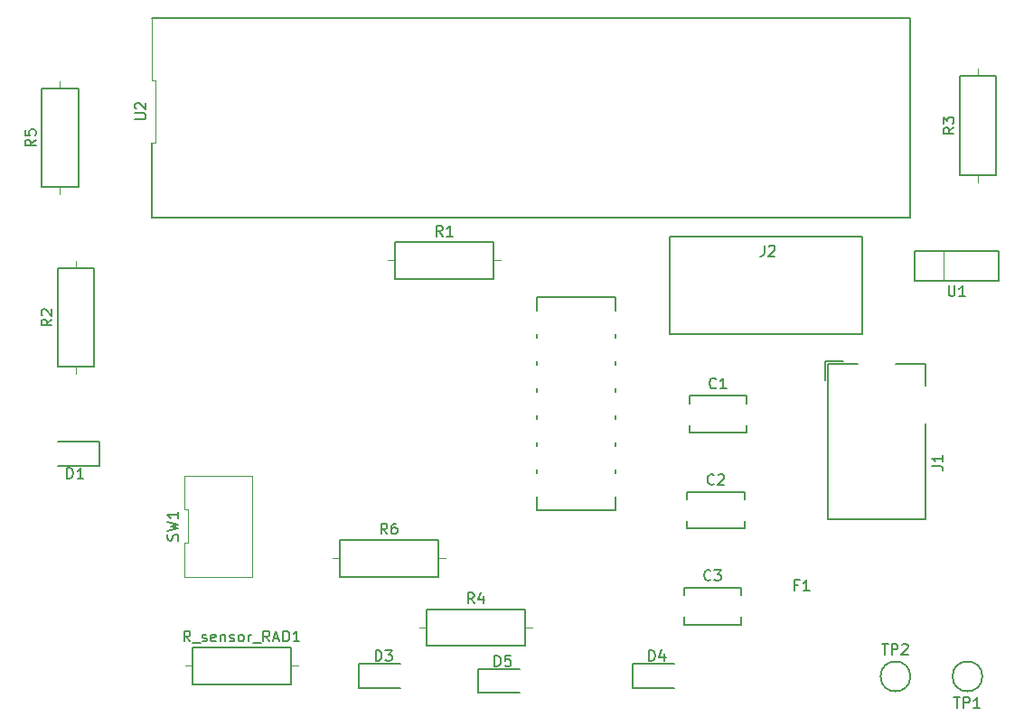
<source format=gbr>
%TF.GenerationSoftware,KiCad,Pcbnew,9.0.4*%
%TF.CreationDate,2025-11-19T22:25:03-07:00*%
%TF.ProjectId,PIC circuit,50494320-6369-4726-9375-69742e6b6963,rev?*%
%TF.SameCoordinates,Original*%
%TF.FileFunction,Legend,Top*%
%TF.FilePolarity,Positive*%
%FSLAX46Y46*%
G04 Gerber Fmt 4.6, Leading zero omitted, Abs format (unit mm)*
G04 Created by KiCad (PCBNEW 9.0.4) date 2025-11-19 22:25:03*
%MOMM*%
%LPD*%
G01*
G04 APERTURE LIST*
%ADD10C,0.150000*%
%ADD11C,0.160000*%
%ADD12C,0.120000*%
%ADD13C,0.152400*%
G04 APERTURE END LIST*
D10*
X190204819Y-106283333D02*
X190919104Y-106283333D01*
X190919104Y-106283333D02*
X191061961Y-106330952D01*
X191061961Y-106330952D02*
X191157200Y-106426190D01*
X191157200Y-106426190D02*
X191204819Y-106569047D01*
X191204819Y-106569047D02*
X191204819Y-106664285D01*
X191204819Y-105283333D02*
X191204819Y-105854761D01*
X191204819Y-105569047D02*
X190204819Y-105569047D01*
X190204819Y-105569047D02*
X190347676Y-105664285D01*
X190347676Y-105664285D02*
X190442914Y-105759523D01*
X190442914Y-105759523D02*
X190490533Y-105854761D01*
X191738095Y-89354819D02*
X191738095Y-90164342D01*
X191738095Y-90164342D02*
X191785714Y-90259580D01*
X191785714Y-90259580D02*
X191833333Y-90307200D01*
X191833333Y-90307200D02*
X191928571Y-90354819D01*
X191928571Y-90354819D02*
X192119047Y-90354819D01*
X192119047Y-90354819D02*
X192214285Y-90307200D01*
X192214285Y-90307200D02*
X192261904Y-90259580D01*
X192261904Y-90259580D02*
X192309523Y-90164342D01*
X192309523Y-90164342D02*
X192309523Y-89354819D01*
X193309523Y-90354819D02*
X192738095Y-90354819D01*
X193023809Y-90354819D02*
X193023809Y-89354819D01*
X193023809Y-89354819D02*
X192928571Y-89497676D01*
X192928571Y-89497676D02*
X192833333Y-89592914D01*
X192833333Y-89592914D02*
X192738095Y-89640533D01*
X106234819Y-75666666D02*
X105758628Y-75999999D01*
X106234819Y-76238094D02*
X105234819Y-76238094D01*
X105234819Y-76238094D02*
X105234819Y-75857142D01*
X105234819Y-75857142D02*
X105282438Y-75761904D01*
X105282438Y-75761904D02*
X105330057Y-75714285D01*
X105330057Y-75714285D02*
X105425295Y-75666666D01*
X105425295Y-75666666D02*
X105568152Y-75666666D01*
X105568152Y-75666666D02*
X105663390Y-75714285D01*
X105663390Y-75714285D02*
X105711009Y-75761904D01*
X105711009Y-75761904D02*
X105758628Y-75857142D01*
X105758628Y-75857142D02*
X105758628Y-76238094D01*
X105234819Y-74761904D02*
X105234819Y-75238094D01*
X105234819Y-75238094D02*
X105711009Y-75285713D01*
X105711009Y-75285713D02*
X105663390Y-75238094D01*
X105663390Y-75238094D02*
X105615771Y-75142856D01*
X105615771Y-75142856D02*
X105615771Y-74904761D01*
X105615771Y-74904761D02*
X105663390Y-74809523D01*
X105663390Y-74809523D02*
X105711009Y-74761904D01*
X105711009Y-74761904D02*
X105806247Y-74714285D01*
X105806247Y-74714285D02*
X106044342Y-74714285D01*
X106044342Y-74714285D02*
X106139580Y-74761904D01*
X106139580Y-74761904D02*
X106187200Y-74809523D01*
X106187200Y-74809523D02*
X106234819Y-74904761D01*
X106234819Y-74904761D02*
X106234819Y-75142856D01*
X106234819Y-75142856D02*
X106187200Y-75238094D01*
X106187200Y-75238094D02*
X106139580Y-75285713D01*
X169453333Y-116929580D02*
X169405714Y-116977200D01*
X169405714Y-116977200D02*
X169262857Y-117024819D01*
X169262857Y-117024819D02*
X169167619Y-117024819D01*
X169167619Y-117024819D02*
X169024762Y-116977200D01*
X169024762Y-116977200D02*
X168929524Y-116881961D01*
X168929524Y-116881961D02*
X168881905Y-116786723D01*
X168881905Y-116786723D02*
X168834286Y-116596247D01*
X168834286Y-116596247D02*
X168834286Y-116453390D01*
X168834286Y-116453390D02*
X168881905Y-116262914D01*
X168881905Y-116262914D02*
X168929524Y-116167676D01*
X168929524Y-116167676D02*
X169024762Y-116072438D01*
X169024762Y-116072438D02*
X169167619Y-116024819D01*
X169167619Y-116024819D02*
X169262857Y-116024819D01*
X169262857Y-116024819D02*
X169405714Y-116072438D01*
X169405714Y-116072438D02*
X169453333Y-116120057D01*
X169786667Y-116024819D02*
X170405714Y-116024819D01*
X170405714Y-116024819D02*
X170072381Y-116405771D01*
X170072381Y-116405771D02*
X170215238Y-116405771D01*
X170215238Y-116405771D02*
X170310476Y-116453390D01*
X170310476Y-116453390D02*
X170358095Y-116501009D01*
X170358095Y-116501009D02*
X170405714Y-116596247D01*
X170405714Y-116596247D02*
X170405714Y-116834342D01*
X170405714Y-116834342D02*
X170358095Y-116929580D01*
X170358095Y-116929580D02*
X170310476Y-116977200D01*
X170310476Y-116977200D02*
X170215238Y-117024819D01*
X170215238Y-117024819D02*
X169929524Y-117024819D01*
X169929524Y-117024819D02*
X169834286Y-116977200D01*
X169834286Y-116977200D02*
X169786667Y-116929580D01*
X144333333Y-84734819D02*
X144000000Y-84258628D01*
X143761905Y-84734819D02*
X143761905Y-83734819D01*
X143761905Y-83734819D02*
X144142857Y-83734819D01*
X144142857Y-83734819D02*
X144238095Y-83782438D01*
X144238095Y-83782438D02*
X144285714Y-83830057D01*
X144285714Y-83830057D02*
X144333333Y-83925295D01*
X144333333Y-83925295D02*
X144333333Y-84068152D01*
X144333333Y-84068152D02*
X144285714Y-84163390D01*
X144285714Y-84163390D02*
X144238095Y-84211009D01*
X144238095Y-84211009D02*
X144142857Y-84258628D01*
X144142857Y-84258628D02*
X143761905Y-84258628D01*
X145285714Y-84734819D02*
X144714286Y-84734819D01*
X145000000Y-84734819D02*
X145000000Y-83734819D01*
X145000000Y-83734819D02*
X144904762Y-83877676D01*
X144904762Y-83877676D02*
X144809524Y-83972914D01*
X144809524Y-83972914D02*
X144714286Y-84020533D01*
X192234819Y-74516666D02*
X191758628Y-74849999D01*
X192234819Y-75088094D02*
X191234819Y-75088094D01*
X191234819Y-75088094D02*
X191234819Y-74707142D01*
X191234819Y-74707142D02*
X191282438Y-74611904D01*
X191282438Y-74611904D02*
X191330057Y-74564285D01*
X191330057Y-74564285D02*
X191425295Y-74516666D01*
X191425295Y-74516666D02*
X191568152Y-74516666D01*
X191568152Y-74516666D02*
X191663390Y-74564285D01*
X191663390Y-74564285D02*
X191711009Y-74611904D01*
X191711009Y-74611904D02*
X191758628Y-74707142D01*
X191758628Y-74707142D02*
X191758628Y-75088094D01*
X191234819Y-74183332D02*
X191234819Y-73564285D01*
X191234819Y-73564285D02*
X191615771Y-73897618D01*
X191615771Y-73897618D02*
X191615771Y-73754761D01*
X191615771Y-73754761D02*
X191663390Y-73659523D01*
X191663390Y-73659523D02*
X191711009Y-73611904D01*
X191711009Y-73611904D02*
X191806247Y-73564285D01*
X191806247Y-73564285D02*
X192044342Y-73564285D01*
X192044342Y-73564285D02*
X192139580Y-73611904D01*
X192139580Y-73611904D02*
X192187200Y-73659523D01*
X192187200Y-73659523D02*
X192234819Y-73754761D01*
X192234819Y-73754761D02*
X192234819Y-74040475D01*
X192234819Y-74040475D02*
X192187200Y-74135713D01*
X192187200Y-74135713D02*
X192139580Y-74183332D01*
X109161905Y-107454819D02*
X109161905Y-106454819D01*
X109161905Y-106454819D02*
X109400000Y-106454819D01*
X109400000Y-106454819D02*
X109542857Y-106502438D01*
X109542857Y-106502438D02*
X109638095Y-106597676D01*
X109638095Y-106597676D02*
X109685714Y-106692914D01*
X109685714Y-106692914D02*
X109733333Y-106883390D01*
X109733333Y-106883390D02*
X109733333Y-107026247D01*
X109733333Y-107026247D02*
X109685714Y-107216723D01*
X109685714Y-107216723D02*
X109638095Y-107311961D01*
X109638095Y-107311961D02*
X109542857Y-107407200D01*
X109542857Y-107407200D02*
X109400000Y-107454819D01*
X109400000Y-107454819D02*
X109161905Y-107454819D01*
X110685714Y-107454819D02*
X110114286Y-107454819D01*
X110400000Y-107454819D02*
X110400000Y-106454819D01*
X110400000Y-106454819D02*
X110304762Y-106597676D01*
X110304762Y-106597676D02*
X110209524Y-106692914D01*
X110209524Y-106692914D02*
X110114286Y-106740533D01*
X139143333Y-112654819D02*
X138810000Y-112178628D01*
X138571905Y-112654819D02*
X138571905Y-111654819D01*
X138571905Y-111654819D02*
X138952857Y-111654819D01*
X138952857Y-111654819D02*
X139048095Y-111702438D01*
X139048095Y-111702438D02*
X139095714Y-111750057D01*
X139095714Y-111750057D02*
X139143333Y-111845295D01*
X139143333Y-111845295D02*
X139143333Y-111988152D01*
X139143333Y-111988152D02*
X139095714Y-112083390D01*
X139095714Y-112083390D02*
X139048095Y-112131009D01*
X139048095Y-112131009D02*
X138952857Y-112178628D01*
X138952857Y-112178628D02*
X138571905Y-112178628D01*
X140000476Y-111654819D02*
X139810000Y-111654819D01*
X139810000Y-111654819D02*
X139714762Y-111702438D01*
X139714762Y-111702438D02*
X139667143Y-111750057D01*
X139667143Y-111750057D02*
X139571905Y-111892914D01*
X139571905Y-111892914D02*
X139524286Y-112083390D01*
X139524286Y-112083390D02*
X139524286Y-112464342D01*
X139524286Y-112464342D02*
X139571905Y-112559580D01*
X139571905Y-112559580D02*
X139619524Y-112607200D01*
X139619524Y-112607200D02*
X139714762Y-112654819D01*
X139714762Y-112654819D02*
X139905238Y-112654819D01*
X139905238Y-112654819D02*
X140000476Y-112607200D01*
X140000476Y-112607200D02*
X140048095Y-112559580D01*
X140048095Y-112559580D02*
X140095714Y-112464342D01*
X140095714Y-112464342D02*
X140095714Y-112226247D01*
X140095714Y-112226247D02*
X140048095Y-112131009D01*
X140048095Y-112131009D02*
X140000476Y-112083390D01*
X140000476Y-112083390D02*
X139905238Y-112035771D01*
X139905238Y-112035771D02*
X139714762Y-112035771D01*
X139714762Y-112035771D02*
X139619524Y-112083390D01*
X139619524Y-112083390D02*
X139571905Y-112131009D01*
X139571905Y-112131009D02*
X139524286Y-112226247D01*
X177666666Y-117431009D02*
X177333333Y-117431009D01*
X177333333Y-117954819D02*
X177333333Y-116954819D01*
X177333333Y-116954819D02*
X177809523Y-116954819D01*
X178714285Y-117954819D02*
X178142857Y-117954819D01*
X178428571Y-117954819D02*
X178428571Y-116954819D01*
X178428571Y-116954819D02*
X178333333Y-117097676D01*
X178333333Y-117097676D02*
X178238095Y-117192914D01*
X178238095Y-117192914D02*
X178142857Y-117240533D01*
X169763333Y-107929580D02*
X169715714Y-107977200D01*
X169715714Y-107977200D02*
X169572857Y-108024819D01*
X169572857Y-108024819D02*
X169477619Y-108024819D01*
X169477619Y-108024819D02*
X169334762Y-107977200D01*
X169334762Y-107977200D02*
X169239524Y-107881961D01*
X169239524Y-107881961D02*
X169191905Y-107786723D01*
X169191905Y-107786723D02*
X169144286Y-107596247D01*
X169144286Y-107596247D02*
X169144286Y-107453390D01*
X169144286Y-107453390D02*
X169191905Y-107262914D01*
X169191905Y-107262914D02*
X169239524Y-107167676D01*
X169239524Y-107167676D02*
X169334762Y-107072438D01*
X169334762Y-107072438D02*
X169477619Y-107024819D01*
X169477619Y-107024819D02*
X169572857Y-107024819D01*
X169572857Y-107024819D02*
X169715714Y-107072438D01*
X169715714Y-107072438D02*
X169763333Y-107120057D01*
X170144286Y-107120057D02*
X170191905Y-107072438D01*
X170191905Y-107072438D02*
X170287143Y-107024819D01*
X170287143Y-107024819D02*
X170525238Y-107024819D01*
X170525238Y-107024819D02*
X170620476Y-107072438D01*
X170620476Y-107072438D02*
X170668095Y-107120057D01*
X170668095Y-107120057D02*
X170715714Y-107215295D01*
X170715714Y-107215295D02*
X170715714Y-107310533D01*
X170715714Y-107310533D02*
X170668095Y-107453390D01*
X170668095Y-107453390D02*
X170096667Y-108024819D01*
X170096667Y-108024819D02*
X170715714Y-108024819D01*
X192238095Y-127954819D02*
X192809523Y-127954819D01*
X192523809Y-128954819D02*
X192523809Y-127954819D01*
X193142857Y-128954819D02*
X193142857Y-127954819D01*
X193142857Y-127954819D02*
X193523809Y-127954819D01*
X193523809Y-127954819D02*
X193619047Y-128002438D01*
X193619047Y-128002438D02*
X193666666Y-128050057D01*
X193666666Y-128050057D02*
X193714285Y-128145295D01*
X193714285Y-128145295D02*
X193714285Y-128288152D01*
X193714285Y-128288152D02*
X193666666Y-128383390D01*
X193666666Y-128383390D02*
X193619047Y-128431009D01*
X193619047Y-128431009D02*
X193523809Y-128478628D01*
X193523809Y-128478628D02*
X193142857Y-128478628D01*
X194666666Y-128954819D02*
X194095238Y-128954819D01*
X194380952Y-128954819D02*
X194380952Y-127954819D01*
X194380952Y-127954819D02*
X194285714Y-128097676D01*
X194285714Y-128097676D02*
X194190476Y-128192914D01*
X194190476Y-128192914D02*
X194095238Y-128240533D01*
X147293333Y-119154819D02*
X146960000Y-118678628D01*
X146721905Y-119154819D02*
X146721905Y-118154819D01*
X146721905Y-118154819D02*
X147102857Y-118154819D01*
X147102857Y-118154819D02*
X147198095Y-118202438D01*
X147198095Y-118202438D02*
X147245714Y-118250057D01*
X147245714Y-118250057D02*
X147293333Y-118345295D01*
X147293333Y-118345295D02*
X147293333Y-118488152D01*
X147293333Y-118488152D02*
X147245714Y-118583390D01*
X147245714Y-118583390D02*
X147198095Y-118631009D01*
X147198095Y-118631009D02*
X147102857Y-118678628D01*
X147102857Y-118678628D02*
X146721905Y-118678628D01*
X148150476Y-118488152D02*
X148150476Y-119154819D01*
X147912381Y-118107200D02*
X147674286Y-118821485D01*
X147674286Y-118821485D02*
X148293333Y-118821485D01*
X107734819Y-92516666D02*
X107258628Y-92849999D01*
X107734819Y-93088094D02*
X106734819Y-93088094D01*
X106734819Y-93088094D02*
X106734819Y-92707142D01*
X106734819Y-92707142D02*
X106782438Y-92611904D01*
X106782438Y-92611904D02*
X106830057Y-92564285D01*
X106830057Y-92564285D02*
X106925295Y-92516666D01*
X106925295Y-92516666D02*
X107068152Y-92516666D01*
X107068152Y-92516666D02*
X107163390Y-92564285D01*
X107163390Y-92564285D02*
X107211009Y-92611904D01*
X107211009Y-92611904D02*
X107258628Y-92707142D01*
X107258628Y-92707142D02*
X107258628Y-93088094D01*
X106830057Y-92135713D02*
X106782438Y-92088094D01*
X106782438Y-92088094D02*
X106734819Y-91992856D01*
X106734819Y-91992856D02*
X106734819Y-91754761D01*
X106734819Y-91754761D02*
X106782438Y-91659523D01*
X106782438Y-91659523D02*
X106830057Y-91611904D01*
X106830057Y-91611904D02*
X106925295Y-91564285D01*
X106925295Y-91564285D02*
X107020533Y-91564285D01*
X107020533Y-91564285D02*
X107163390Y-91611904D01*
X107163390Y-91611904D02*
X107734819Y-92183332D01*
X107734819Y-92183332D02*
X107734819Y-91564285D01*
X185500595Y-122954819D02*
X186072023Y-122954819D01*
X185786309Y-123954819D02*
X185786309Y-122954819D01*
X186405357Y-123954819D02*
X186405357Y-122954819D01*
X186405357Y-122954819D02*
X186786309Y-122954819D01*
X186786309Y-122954819D02*
X186881547Y-123002438D01*
X186881547Y-123002438D02*
X186929166Y-123050057D01*
X186929166Y-123050057D02*
X186976785Y-123145295D01*
X186976785Y-123145295D02*
X186976785Y-123288152D01*
X186976785Y-123288152D02*
X186929166Y-123383390D01*
X186929166Y-123383390D02*
X186881547Y-123431009D01*
X186881547Y-123431009D02*
X186786309Y-123478628D01*
X186786309Y-123478628D02*
X186405357Y-123478628D01*
X187357738Y-123050057D02*
X187405357Y-123002438D01*
X187405357Y-123002438D02*
X187500595Y-122954819D01*
X187500595Y-122954819D02*
X187738690Y-122954819D01*
X187738690Y-122954819D02*
X187833928Y-123002438D01*
X187833928Y-123002438D02*
X187881547Y-123050057D01*
X187881547Y-123050057D02*
X187929166Y-123145295D01*
X187929166Y-123145295D02*
X187929166Y-123240533D01*
X187929166Y-123240533D02*
X187881547Y-123383390D01*
X187881547Y-123383390D02*
X187310119Y-123954819D01*
X187310119Y-123954819D02*
X187929166Y-123954819D01*
X174476666Y-85585019D02*
X174476666Y-86299304D01*
X174476666Y-86299304D02*
X174429047Y-86442161D01*
X174429047Y-86442161D02*
X174333809Y-86537400D01*
X174333809Y-86537400D02*
X174190952Y-86585019D01*
X174190952Y-86585019D02*
X174095714Y-86585019D01*
X174905238Y-85680257D02*
X174952857Y-85632638D01*
X174952857Y-85632638D02*
X175048095Y-85585019D01*
X175048095Y-85585019D02*
X175286190Y-85585019D01*
X175286190Y-85585019D02*
X175381428Y-85632638D01*
X175381428Y-85632638D02*
X175429047Y-85680257D01*
X175429047Y-85680257D02*
X175476666Y-85775495D01*
X175476666Y-85775495D02*
X175476666Y-85870733D01*
X175476666Y-85870733D02*
X175429047Y-86013590D01*
X175429047Y-86013590D02*
X174857619Y-86585019D01*
X174857619Y-86585019D02*
X175476666Y-86585019D01*
X149226905Y-125044819D02*
X149226905Y-124044819D01*
X149226905Y-124044819D02*
X149465000Y-124044819D01*
X149465000Y-124044819D02*
X149607857Y-124092438D01*
X149607857Y-124092438D02*
X149703095Y-124187676D01*
X149703095Y-124187676D02*
X149750714Y-124282914D01*
X149750714Y-124282914D02*
X149798333Y-124473390D01*
X149798333Y-124473390D02*
X149798333Y-124616247D01*
X149798333Y-124616247D02*
X149750714Y-124806723D01*
X149750714Y-124806723D02*
X149703095Y-124901961D01*
X149703095Y-124901961D02*
X149607857Y-124997200D01*
X149607857Y-124997200D02*
X149465000Y-125044819D01*
X149465000Y-125044819D02*
X149226905Y-125044819D01*
X150703095Y-124044819D02*
X150226905Y-124044819D01*
X150226905Y-124044819D02*
X150179286Y-124521009D01*
X150179286Y-124521009D02*
X150226905Y-124473390D01*
X150226905Y-124473390D02*
X150322143Y-124425771D01*
X150322143Y-124425771D02*
X150560238Y-124425771D01*
X150560238Y-124425771D02*
X150655476Y-124473390D01*
X150655476Y-124473390D02*
X150703095Y-124521009D01*
X150703095Y-124521009D02*
X150750714Y-124616247D01*
X150750714Y-124616247D02*
X150750714Y-124854342D01*
X150750714Y-124854342D02*
X150703095Y-124949580D01*
X150703095Y-124949580D02*
X150655476Y-124997200D01*
X150655476Y-124997200D02*
X150560238Y-125044819D01*
X150560238Y-125044819D02*
X150322143Y-125044819D01*
X150322143Y-125044819D02*
X150226905Y-124997200D01*
X150226905Y-124997200D02*
X150179286Y-124949580D01*
X115524819Y-73761904D02*
X116334342Y-73761904D01*
X116334342Y-73761904D02*
X116429580Y-73714285D01*
X116429580Y-73714285D02*
X116477200Y-73666666D01*
X116477200Y-73666666D02*
X116524819Y-73571428D01*
X116524819Y-73571428D02*
X116524819Y-73380952D01*
X116524819Y-73380952D02*
X116477200Y-73285714D01*
X116477200Y-73285714D02*
X116429580Y-73238095D01*
X116429580Y-73238095D02*
X116334342Y-73190476D01*
X116334342Y-73190476D02*
X115524819Y-73190476D01*
X115620057Y-72761904D02*
X115572438Y-72714285D01*
X115572438Y-72714285D02*
X115524819Y-72619047D01*
X115524819Y-72619047D02*
X115524819Y-72380952D01*
X115524819Y-72380952D02*
X115572438Y-72285714D01*
X115572438Y-72285714D02*
X115620057Y-72238095D01*
X115620057Y-72238095D02*
X115715295Y-72190476D01*
X115715295Y-72190476D02*
X115810533Y-72190476D01*
X115810533Y-72190476D02*
X115953390Y-72238095D01*
X115953390Y-72238095D02*
X116524819Y-72809523D01*
X116524819Y-72809523D02*
X116524819Y-72190476D01*
X120690475Y-122734819D02*
X120357142Y-122258628D01*
X120119047Y-122734819D02*
X120119047Y-121734819D01*
X120119047Y-121734819D02*
X120499999Y-121734819D01*
X120499999Y-121734819D02*
X120595237Y-121782438D01*
X120595237Y-121782438D02*
X120642856Y-121830057D01*
X120642856Y-121830057D02*
X120690475Y-121925295D01*
X120690475Y-121925295D02*
X120690475Y-122068152D01*
X120690475Y-122068152D02*
X120642856Y-122163390D01*
X120642856Y-122163390D02*
X120595237Y-122211009D01*
X120595237Y-122211009D02*
X120499999Y-122258628D01*
X120499999Y-122258628D02*
X120119047Y-122258628D01*
X120880952Y-122830057D02*
X121642856Y-122830057D01*
X121833333Y-122687200D02*
X121928571Y-122734819D01*
X121928571Y-122734819D02*
X122119047Y-122734819D01*
X122119047Y-122734819D02*
X122214285Y-122687200D01*
X122214285Y-122687200D02*
X122261904Y-122591961D01*
X122261904Y-122591961D02*
X122261904Y-122544342D01*
X122261904Y-122544342D02*
X122214285Y-122449104D01*
X122214285Y-122449104D02*
X122119047Y-122401485D01*
X122119047Y-122401485D02*
X121976190Y-122401485D01*
X121976190Y-122401485D02*
X121880952Y-122353866D01*
X121880952Y-122353866D02*
X121833333Y-122258628D01*
X121833333Y-122258628D02*
X121833333Y-122211009D01*
X121833333Y-122211009D02*
X121880952Y-122115771D01*
X121880952Y-122115771D02*
X121976190Y-122068152D01*
X121976190Y-122068152D02*
X122119047Y-122068152D01*
X122119047Y-122068152D02*
X122214285Y-122115771D01*
X123071428Y-122687200D02*
X122976190Y-122734819D01*
X122976190Y-122734819D02*
X122785714Y-122734819D01*
X122785714Y-122734819D02*
X122690476Y-122687200D01*
X122690476Y-122687200D02*
X122642857Y-122591961D01*
X122642857Y-122591961D02*
X122642857Y-122211009D01*
X122642857Y-122211009D02*
X122690476Y-122115771D01*
X122690476Y-122115771D02*
X122785714Y-122068152D01*
X122785714Y-122068152D02*
X122976190Y-122068152D01*
X122976190Y-122068152D02*
X123071428Y-122115771D01*
X123071428Y-122115771D02*
X123119047Y-122211009D01*
X123119047Y-122211009D02*
X123119047Y-122306247D01*
X123119047Y-122306247D02*
X122642857Y-122401485D01*
X123547619Y-122068152D02*
X123547619Y-122734819D01*
X123547619Y-122163390D02*
X123595238Y-122115771D01*
X123595238Y-122115771D02*
X123690476Y-122068152D01*
X123690476Y-122068152D02*
X123833333Y-122068152D01*
X123833333Y-122068152D02*
X123928571Y-122115771D01*
X123928571Y-122115771D02*
X123976190Y-122211009D01*
X123976190Y-122211009D02*
X123976190Y-122734819D01*
X124404762Y-122687200D02*
X124500000Y-122734819D01*
X124500000Y-122734819D02*
X124690476Y-122734819D01*
X124690476Y-122734819D02*
X124785714Y-122687200D01*
X124785714Y-122687200D02*
X124833333Y-122591961D01*
X124833333Y-122591961D02*
X124833333Y-122544342D01*
X124833333Y-122544342D02*
X124785714Y-122449104D01*
X124785714Y-122449104D02*
X124690476Y-122401485D01*
X124690476Y-122401485D02*
X124547619Y-122401485D01*
X124547619Y-122401485D02*
X124452381Y-122353866D01*
X124452381Y-122353866D02*
X124404762Y-122258628D01*
X124404762Y-122258628D02*
X124404762Y-122211009D01*
X124404762Y-122211009D02*
X124452381Y-122115771D01*
X124452381Y-122115771D02*
X124547619Y-122068152D01*
X124547619Y-122068152D02*
X124690476Y-122068152D01*
X124690476Y-122068152D02*
X124785714Y-122115771D01*
X125404762Y-122734819D02*
X125309524Y-122687200D01*
X125309524Y-122687200D02*
X125261905Y-122639580D01*
X125261905Y-122639580D02*
X125214286Y-122544342D01*
X125214286Y-122544342D02*
X125214286Y-122258628D01*
X125214286Y-122258628D02*
X125261905Y-122163390D01*
X125261905Y-122163390D02*
X125309524Y-122115771D01*
X125309524Y-122115771D02*
X125404762Y-122068152D01*
X125404762Y-122068152D02*
X125547619Y-122068152D01*
X125547619Y-122068152D02*
X125642857Y-122115771D01*
X125642857Y-122115771D02*
X125690476Y-122163390D01*
X125690476Y-122163390D02*
X125738095Y-122258628D01*
X125738095Y-122258628D02*
X125738095Y-122544342D01*
X125738095Y-122544342D02*
X125690476Y-122639580D01*
X125690476Y-122639580D02*
X125642857Y-122687200D01*
X125642857Y-122687200D02*
X125547619Y-122734819D01*
X125547619Y-122734819D02*
X125404762Y-122734819D01*
X126166667Y-122734819D02*
X126166667Y-122068152D01*
X126166667Y-122258628D02*
X126214286Y-122163390D01*
X126214286Y-122163390D02*
X126261905Y-122115771D01*
X126261905Y-122115771D02*
X126357143Y-122068152D01*
X126357143Y-122068152D02*
X126452381Y-122068152D01*
X126547620Y-122830057D02*
X127309524Y-122830057D01*
X128119048Y-122734819D02*
X127785715Y-122258628D01*
X127547620Y-122734819D02*
X127547620Y-121734819D01*
X127547620Y-121734819D02*
X127928572Y-121734819D01*
X127928572Y-121734819D02*
X128023810Y-121782438D01*
X128023810Y-121782438D02*
X128071429Y-121830057D01*
X128071429Y-121830057D02*
X128119048Y-121925295D01*
X128119048Y-121925295D02*
X128119048Y-122068152D01*
X128119048Y-122068152D02*
X128071429Y-122163390D01*
X128071429Y-122163390D02*
X128023810Y-122211009D01*
X128023810Y-122211009D02*
X127928572Y-122258628D01*
X127928572Y-122258628D02*
X127547620Y-122258628D01*
X128500001Y-122449104D02*
X128976191Y-122449104D01*
X128404763Y-122734819D02*
X128738096Y-121734819D01*
X128738096Y-121734819D02*
X129071429Y-122734819D01*
X129404763Y-122734819D02*
X129404763Y-121734819D01*
X129404763Y-121734819D02*
X129642858Y-121734819D01*
X129642858Y-121734819D02*
X129785715Y-121782438D01*
X129785715Y-121782438D02*
X129880953Y-121877676D01*
X129880953Y-121877676D02*
X129928572Y-121972914D01*
X129928572Y-121972914D02*
X129976191Y-122163390D01*
X129976191Y-122163390D02*
X129976191Y-122306247D01*
X129976191Y-122306247D02*
X129928572Y-122496723D01*
X129928572Y-122496723D02*
X129880953Y-122591961D01*
X129880953Y-122591961D02*
X129785715Y-122687200D01*
X129785715Y-122687200D02*
X129642858Y-122734819D01*
X129642858Y-122734819D02*
X129404763Y-122734819D01*
X130928572Y-122734819D02*
X130357144Y-122734819D01*
X130642858Y-122734819D02*
X130642858Y-121734819D01*
X130642858Y-121734819D02*
X130547620Y-121877676D01*
X130547620Y-121877676D02*
X130452382Y-121972914D01*
X130452382Y-121972914D02*
X130357144Y-122020533D01*
X169953333Y-98929580D02*
X169905714Y-98977200D01*
X169905714Y-98977200D02*
X169762857Y-99024819D01*
X169762857Y-99024819D02*
X169667619Y-99024819D01*
X169667619Y-99024819D02*
X169524762Y-98977200D01*
X169524762Y-98977200D02*
X169429524Y-98881961D01*
X169429524Y-98881961D02*
X169381905Y-98786723D01*
X169381905Y-98786723D02*
X169334286Y-98596247D01*
X169334286Y-98596247D02*
X169334286Y-98453390D01*
X169334286Y-98453390D02*
X169381905Y-98262914D01*
X169381905Y-98262914D02*
X169429524Y-98167676D01*
X169429524Y-98167676D02*
X169524762Y-98072438D01*
X169524762Y-98072438D02*
X169667619Y-98024819D01*
X169667619Y-98024819D02*
X169762857Y-98024819D01*
X169762857Y-98024819D02*
X169905714Y-98072438D01*
X169905714Y-98072438D02*
X169953333Y-98120057D01*
X170905714Y-99024819D02*
X170334286Y-99024819D01*
X170620000Y-99024819D02*
X170620000Y-98024819D01*
X170620000Y-98024819D02*
X170524762Y-98167676D01*
X170524762Y-98167676D02*
X170429524Y-98262914D01*
X170429524Y-98262914D02*
X170334286Y-98310533D01*
X138071905Y-124544819D02*
X138071905Y-123544819D01*
X138071905Y-123544819D02*
X138310000Y-123544819D01*
X138310000Y-123544819D02*
X138452857Y-123592438D01*
X138452857Y-123592438D02*
X138548095Y-123687676D01*
X138548095Y-123687676D02*
X138595714Y-123782914D01*
X138595714Y-123782914D02*
X138643333Y-123973390D01*
X138643333Y-123973390D02*
X138643333Y-124116247D01*
X138643333Y-124116247D02*
X138595714Y-124306723D01*
X138595714Y-124306723D02*
X138548095Y-124401961D01*
X138548095Y-124401961D02*
X138452857Y-124497200D01*
X138452857Y-124497200D02*
X138310000Y-124544819D01*
X138310000Y-124544819D02*
X138071905Y-124544819D01*
X138976667Y-123544819D02*
X139595714Y-123544819D01*
X139595714Y-123544819D02*
X139262381Y-123925771D01*
X139262381Y-123925771D02*
X139405238Y-123925771D01*
X139405238Y-123925771D02*
X139500476Y-123973390D01*
X139500476Y-123973390D02*
X139548095Y-124021009D01*
X139548095Y-124021009D02*
X139595714Y-124116247D01*
X139595714Y-124116247D02*
X139595714Y-124354342D01*
X139595714Y-124354342D02*
X139548095Y-124449580D01*
X139548095Y-124449580D02*
X139500476Y-124497200D01*
X139500476Y-124497200D02*
X139405238Y-124544819D01*
X139405238Y-124544819D02*
X139119524Y-124544819D01*
X139119524Y-124544819D02*
X139024286Y-124497200D01*
X139024286Y-124497200D02*
X138976667Y-124449580D01*
X163671905Y-124544819D02*
X163671905Y-123544819D01*
X163671905Y-123544819D02*
X163910000Y-123544819D01*
X163910000Y-123544819D02*
X164052857Y-123592438D01*
X164052857Y-123592438D02*
X164148095Y-123687676D01*
X164148095Y-123687676D02*
X164195714Y-123782914D01*
X164195714Y-123782914D02*
X164243333Y-123973390D01*
X164243333Y-123973390D02*
X164243333Y-124116247D01*
X164243333Y-124116247D02*
X164195714Y-124306723D01*
X164195714Y-124306723D02*
X164148095Y-124401961D01*
X164148095Y-124401961D02*
X164052857Y-124497200D01*
X164052857Y-124497200D02*
X163910000Y-124544819D01*
X163910000Y-124544819D02*
X163671905Y-124544819D01*
X165100476Y-123878152D02*
X165100476Y-124544819D01*
X164862381Y-123497200D02*
X164624286Y-124211485D01*
X164624286Y-124211485D02*
X165243333Y-124211485D01*
X119517200Y-113253332D02*
X119564819Y-113110475D01*
X119564819Y-113110475D02*
X119564819Y-112872380D01*
X119564819Y-112872380D02*
X119517200Y-112777142D01*
X119517200Y-112777142D02*
X119469580Y-112729523D01*
X119469580Y-112729523D02*
X119374342Y-112681904D01*
X119374342Y-112681904D02*
X119279104Y-112681904D01*
X119279104Y-112681904D02*
X119183866Y-112729523D01*
X119183866Y-112729523D02*
X119136247Y-112777142D01*
X119136247Y-112777142D02*
X119088628Y-112872380D01*
X119088628Y-112872380D02*
X119041009Y-113062856D01*
X119041009Y-113062856D02*
X118993390Y-113158094D01*
X118993390Y-113158094D02*
X118945771Y-113205713D01*
X118945771Y-113205713D02*
X118850533Y-113253332D01*
X118850533Y-113253332D02*
X118755295Y-113253332D01*
X118755295Y-113253332D02*
X118660057Y-113205713D01*
X118660057Y-113205713D02*
X118612438Y-113158094D01*
X118612438Y-113158094D02*
X118564819Y-113062856D01*
X118564819Y-113062856D02*
X118564819Y-112824761D01*
X118564819Y-112824761D02*
X118612438Y-112681904D01*
X118564819Y-112348570D02*
X119564819Y-112110475D01*
X119564819Y-112110475D02*
X118850533Y-111919999D01*
X118850533Y-111919999D02*
X119564819Y-111729523D01*
X119564819Y-111729523D02*
X118564819Y-111491428D01*
X119564819Y-110586666D02*
X119564819Y-111158094D01*
X119564819Y-110872380D02*
X118564819Y-110872380D01*
X118564819Y-110872380D02*
X118707676Y-110967618D01*
X118707676Y-110967618D02*
X118802914Y-111062856D01*
X118802914Y-111062856D02*
X118850533Y-111158094D01*
D11*
%TO.C,J1*%
X189600000Y-111300000D02*
X180400000Y-111300000D01*
X189600000Y-102300000D02*
X189600000Y-111300000D01*
X189600000Y-96700000D02*
X189600000Y-98700000D01*
X186800000Y-96700000D02*
X189600000Y-96700000D01*
X180400000Y-111300000D02*
X180400000Y-96700000D01*
X180400000Y-96700000D02*
X183200000Y-96700000D01*
X180160000Y-98200000D02*
X180160000Y-96460000D01*
X180160000Y-96460000D02*
X181900000Y-96460000D01*
%TO.C,U1*%
X188560000Y-86100000D02*
X196440000Y-86100000D01*
X188560000Y-88900000D02*
X188560000Y-86100000D01*
D12*
X191230000Y-86100000D02*
X191230000Y-88900000D01*
D11*
X196440000Y-86100000D02*
X196440000Y-88900000D01*
X196440000Y-88900000D02*
X188560000Y-88900000D01*
%TO.C,R5*%
X106780000Y-80120000D02*
X110220000Y-80120000D01*
X110220000Y-70880000D01*
X106780000Y-70880000D01*
X106780000Y-80120000D01*
D12*
X108500000Y-70190000D02*
X108500000Y-70880000D01*
X108500000Y-80810000D02*
X108500000Y-80120000D01*
D11*
%TO.C,C3*%
X172290000Y-121140000D02*
X166950000Y-121140000D01*
X172290000Y-120446000D02*
X172290000Y-121140000D01*
X172290000Y-117700000D02*
X172290000Y-118394000D01*
X166950000Y-121140000D02*
X166950000Y-120446000D01*
X166950000Y-118394000D02*
X166950000Y-117700000D01*
X166950000Y-117700000D02*
X172290000Y-117700000D01*
D12*
%TO.C,R1*%
X139190000Y-87000000D02*
X139880000Y-87000000D01*
X149810000Y-87000000D02*
X149120000Y-87000000D01*
D11*
X139880000Y-85280000D02*
X149120000Y-85280000D01*
X149120000Y-88720000D01*
X139880000Y-88720000D01*
X139880000Y-85280000D01*
D12*
%TO.C,R3*%
X194500000Y-79660000D02*
X194500000Y-78970000D01*
X194500000Y-69040000D02*
X194500000Y-69730000D01*
D11*
X192780000Y-78970000D02*
X196220000Y-78970000D01*
X196220000Y-69730000D01*
X192780000Y-69730000D01*
X192780000Y-78970000D01*
%TO.C,D1*%
X108300000Y-106235000D02*
X112185000Y-106235000D01*
X112185000Y-103965000D02*
X108300000Y-103965000D01*
X112185000Y-106235000D02*
X112185000Y-103965000D01*
D12*
%TO.C,R6*%
X134000000Y-114920000D02*
X134690000Y-114920000D01*
X144620000Y-114920000D02*
X143930000Y-114920000D01*
D11*
X134690000Y-113200000D02*
X143930000Y-113200000D01*
X143930000Y-116640000D01*
X134690000Y-116640000D01*
X134690000Y-113200000D01*
%TO.C,C2*%
X167260000Y-108700000D02*
X172600000Y-108700000D01*
X167260000Y-109394000D02*
X167260000Y-108700000D01*
X167260000Y-112140000D02*
X167260000Y-111446000D01*
X172600000Y-108700000D02*
X172600000Y-109394000D01*
X172600000Y-111446000D02*
X172600000Y-112140000D01*
X172600000Y-112140000D02*
X167260000Y-112140000D01*
%TO.C,TP1*%
X194900000Y-126000000D02*
G75*
G02*
X192100000Y-126000000I-1400000J0D01*
G01*
X192100000Y-126000000D02*
G75*
G02*
X194900000Y-126000000I1400000J0D01*
G01*
D12*
%TO.C,R4*%
X142150000Y-121420000D02*
X142840000Y-121420000D01*
X152770000Y-121420000D02*
X152080000Y-121420000D01*
D11*
X142840000Y-119700000D02*
X152080000Y-119700000D01*
X152080000Y-123140000D01*
X142840000Y-123140000D01*
X142840000Y-119700000D01*
D12*
%TO.C,R2*%
X110000000Y-87040000D02*
X110000000Y-87730000D01*
X110000000Y-97660000D02*
X110000000Y-96970000D01*
D11*
X108280000Y-96970000D02*
X111720000Y-96970000D01*
X111720000Y-87730000D01*
X108280000Y-87730000D01*
X108280000Y-96970000D01*
%TO.C,TP2*%
X188162500Y-126000000D02*
G75*
G02*
X185362500Y-126000000I-1400000J0D01*
G01*
X185362500Y-126000000D02*
G75*
G02*
X188162500Y-126000000I1400000J0D01*
G01*
%TO.C,J2*%
X165603000Y-84788200D02*
X165603000Y-93932200D01*
X165603000Y-93932200D02*
X183637000Y-93932200D01*
X183637000Y-84788200D02*
X165603000Y-84788200D01*
X183637000Y-93932200D02*
X183637000Y-84788200D01*
%TO.C,D5*%
X147680000Y-125285000D02*
X147680000Y-127555000D01*
X147680000Y-127555000D02*
X151565000Y-127555000D01*
X151565000Y-125285000D02*
X147680000Y-125285000D01*
D12*
%TO.C,U2*%
X117070000Y-64250000D02*
X117070000Y-70083334D01*
X117070000Y-70083334D02*
X117430000Y-70083334D01*
D11*
X117070000Y-75916666D02*
X117070000Y-82999999D01*
X117070000Y-82999999D02*
X188150000Y-83000000D01*
D12*
X117430000Y-70083334D02*
X117430000Y-75916666D01*
X117430000Y-75916666D02*
X117070000Y-75916666D01*
D11*
X188150000Y-64250001D02*
X117070000Y-64250000D01*
X188150000Y-83000000D02*
X188150000Y-64250001D01*
D12*
%TO.C,R_sensor_RAD1*%
X120190000Y-125000000D02*
X120880000Y-125000000D01*
X130810000Y-125000000D02*
X130120000Y-125000000D01*
D11*
X120880000Y-123280000D02*
X130120000Y-123280000D01*
X130120000Y-126720000D01*
X120880000Y-126720000D01*
X120880000Y-123280000D01*
%TO.C,C1*%
X167450000Y-99700000D02*
X172790000Y-99700000D01*
X167450000Y-100394000D02*
X167450000Y-99700000D01*
X167450000Y-103140000D02*
X167450000Y-102446000D01*
X172790000Y-99700000D02*
X172790000Y-100394000D01*
X172790000Y-102446000D02*
X172790000Y-103140000D01*
X172790000Y-103140000D02*
X167450000Y-103140000D01*
D13*
%TO.C,MCP6004_RAD1*%
X153127000Y-90450500D02*
X153127000Y-91717960D01*
X153127000Y-93882040D02*
X153127000Y-94265439D01*
X153127000Y-96414561D02*
X153127000Y-96805439D01*
X153127000Y-98954561D02*
X153127000Y-99345439D01*
X153127000Y-101494561D02*
X153127000Y-101885439D01*
X153127000Y-104034561D02*
X153127000Y-104425439D01*
X153127000Y-106574561D02*
X153127000Y-106965439D01*
X153127000Y-109114561D02*
X153127000Y-110389500D01*
X153127000Y-110389500D02*
X160493000Y-110389500D01*
X160493000Y-90450500D02*
X153127000Y-90450500D01*
X160493000Y-91725439D02*
X160493000Y-90450500D01*
X160493000Y-94265439D02*
X160493000Y-93874561D01*
X160493000Y-96805439D02*
X160493000Y-96414561D01*
X160493000Y-99345439D02*
X160493000Y-98954561D01*
X160493000Y-101885439D02*
X160493000Y-101494561D01*
X160493000Y-104425439D02*
X160493000Y-104034561D01*
X160493000Y-106965439D02*
X160493000Y-106574561D01*
X160493000Y-110389500D02*
X160493000Y-109114561D01*
D11*
%TO.C,D3*%
X136525000Y-124785000D02*
X136525000Y-127055000D01*
X136525000Y-127055000D02*
X140410000Y-127055000D01*
X140410000Y-124785000D02*
X136525000Y-124785000D01*
%TO.C,D4*%
X162125000Y-124785000D02*
X162125000Y-127055000D01*
X162125000Y-127055000D02*
X166010000Y-127055000D01*
X166010000Y-124785000D02*
X162125000Y-124785000D01*
D12*
%TO.C,SW1*%
X120110000Y-110336667D02*
X120470000Y-110336667D01*
X120110000Y-113503333D02*
X120110000Y-116670000D01*
X120110000Y-116670000D02*
X126509999Y-116670000D01*
X120110001Y-107170000D02*
X120110000Y-110336667D01*
X120470000Y-110336667D02*
X120470000Y-113503333D01*
X120470000Y-113503333D02*
X120110000Y-113503333D01*
X126509999Y-116670000D02*
X126510000Y-107170000D01*
X126510000Y-107170000D02*
X120110001Y-107170000D01*
%TD*%
M02*

</source>
